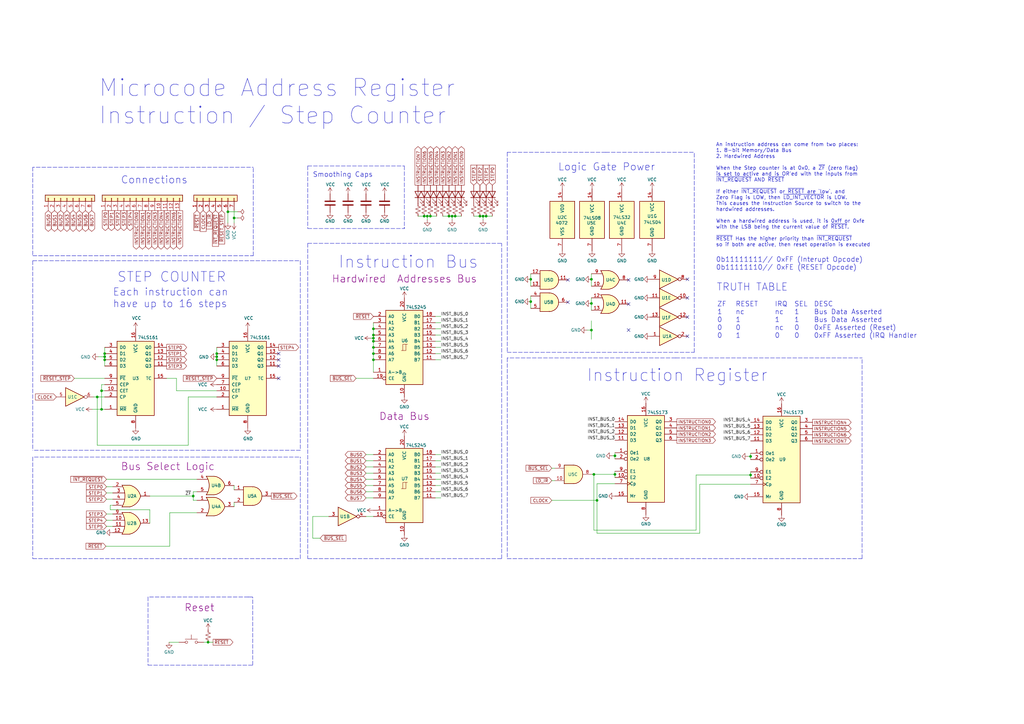
<source format=kicad_sch>
(kicad_sch (version 20211123) (generator eeschema)
  (paper "A3")
  (junction (at 196.85 88.646))
  (junction (at 88.9 146.304))
  (junction (at 42.926 145.034))
  (junction (at 88.9 145.034))
  (junction (at 307.848 187.198))
  (junction (at 79.248 203.454))
  (junction (at 153.162 139.954))
  (junction (at 42.926 147.574))
  (junction (at 175.26 88.646))
  (junction (at 198.12 88.646))
  (junction (at 186.69 88.646))
  (junction (at 96.012 89.408))
  (junction (at 153.162 147.574))
  (junction (at 217.678 114.554))
  (junction (at 199.39 88.646))
  (junction (at 39.878 162.814))
  (junction (at 85.344 263.398))
  (junction (at 242.57 124.46))
  (junction (at 153.162 145.034))
  (junction (at 244.856 205.232))
  (junction (at 153.162 138.684))
  (junction (at 185.42 88.646))
  (junction (at 173.99 88.646))
  (junction (at 88.9 147.574))
  (junction (at 217.678 123.698))
  (junction (at 242.57 135.382))
  (junction (at 42.926 146.304))
  (junction (at 184.15 88.646))
  (junction (at 243.586 194.564))
  (junction (at 41.656 167.894))
  (junction (at 153.162 142.494))
  (junction (at 307.848 194.818))
  (junction (at 242.57 114.554))
  (junction (at 41.656 160.274))
  (junction (at 176.53 88.646))
  (junction (at 252.222 194.564))
  (junction (at 153.162 137.414))
  (junction (at 93.472 86.868))
  (junction (at 153.162 134.874))
  (junction (at 252.222 186.944))
  (no_connect (at 114.3 150.114))
  (no_connect (at 114.3 147.574))
  (no_connect (at 114.3 145.034))
  (no_connect (at 257.81 124.714))
  (no_connect (at 257.81 114.808))
  (no_connect (at 232.918 114.808))
  (no_connect (at 281.94 130.048))
  (no_connect (at 281.94 122.174))
  (no_connect (at 281.94 114.554))
  (no_connect (at 232.918 123.952))
  (no_connect (at 114.3 155.194))
  (no_connect (at 257.81 135.382))
  (no_connect (at 281.94 137.922))
  (wire (pts (xy 175.26 88.646) (xy 175.26 90.17)))
  (polyline (pts (xy 248.412 62.484) (xy 284.734 62.484)))
  (wire (pts (xy 178.562 129.794) (xy 180.848 129.794)))
  (wire (pts (xy 285.496 194.818) (xy 307.848 194.818)))
  (wire (pts (xy 243.586 194.564) (xy 243.586 217.424)))
  (wire (pts (xy 79.248 201.676) (xy 80.772 201.676)))
  (wire (pts (xy 153.162 147.574) (xy 153.162 152.654)))
  (wire (pts (xy 242.57 131.572) (xy 242.57 135.382)))
  (wire (pts (xy 198.12 88.646) (xy 199.39 88.646)))
  (wire (pts (xy 41.656 167.894) (xy 42.926 167.894)))
  (wire (pts (xy 40.386 146.304) (xy 42.926 146.304)))
  (wire (pts (xy 61.468 203.454) (xy 79.248 203.454)))
  (wire (pts (xy 178.562 196.596) (xy 180.848 196.596)))
  (wire (pts (xy 93.472 86.868) (xy 97.536 86.868)))
  (wire (pts (xy 41.656 160.274) (xy 41.656 167.894)))
  (wire (pts (xy 30.48 155.194) (xy 42.926 155.194)))
  (wire (pts (xy 150.114 196.596) (xy 153.162 196.596)))
  (wire (pts (xy 96.012 199.136) (xy 96.012 200.914)))
  (wire (pts (xy 185.42 88.646) (xy 186.69 88.646)))
  (polyline (pts (xy 126.238 99.822) (xy 205.74 99.822)))
  (wire (pts (xy 306.832 187.198) (xy 307.848 187.198)))
  (wire (pts (xy 88.9 146.304) (xy 88.9 147.574)))
  (wire (pts (xy 39.878 162.814) (xy 39.878 182.626)))
  (wire (pts (xy 196.85 88.646) (xy 198.12 88.646)))
  (wire (pts (xy 153.162 132.334) (xy 153.162 134.874)))
  (wire (pts (xy 178.562 147.574) (xy 180.848 147.574)))
  (wire (pts (xy 194.31 88.646) (xy 196.85 88.646)))
  (wire (pts (xy 45.212 207.264) (xy 46.228 207.264)))
  (wire (pts (xy 79.248 203.454) (xy 79.248 205.232)))
  (wire (pts (xy 150.114 201.676) (xy 153.162 201.676)))
  (wire (pts (xy 96.012 89.408) (xy 96.012 86.36)))
  (wire (pts (xy 287.02 218.694) (xy 287.02 198.628)))
  (wire (pts (xy 243.586 194.564) (xy 252.222 194.564)))
  (wire (pts (xy 307.848 187.198) (xy 307.848 188.468)))
  (wire (pts (xy 83.566 263.398) (xy 85.344 263.398)))
  (wire (pts (xy 42.926 145.034) (xy 42.926 142.494)))
  (wire (pts (xy 307.848 193.548) (xy 307.848 194.818)))
  (wire (pts (xy 307.848 194.818) (xy 307.848 196.088)))
  (wire (pts (xy 72.39 155.194) (xy 68.326 155.194)))
  (polyline (pts (xy 248.412 62.484) (xy 208.026 62.484)))
  (wire (pts (xy 43.688 204.724) (xy 46.228 204.724)))
  (wire (pts (xy 178.562 186.436) (xy 180.848 186.436)))
  (wire (pts (xy 72.39 160.274) (xy 72.39 155.194)))
  (wire (pts (xy 79.248 205.232) (xy 80.772 205.232)))
  (wire (pts (xy 93.472 91.44) (xy 93.472 86.868)))
  (wire (pts (xy 93.472 86.868) (xy 93.472 86.36)))
  (wire (pts (xy 252.222 198.374) (xy 244.856 198.374)))
  (wire (pts (xy 43.688 215.9) (xy 46.228 215.9)))
  (wire (pts (xy 178.562 191.516) (xy 180.848 191.516)))
  (wire (pts (xy 96.012 89.408) (xy 97.536 89.408)))
  (wire (pts (xy 150.114 191.516) (xy 153.162 191.516)))
  (wire (pts (xy 199.39 88.646) (xy 201.93 88.646)))
  (wire (pts (xy 178.562 194.056) (xy 180.848 194.056)))
  (polyline (pts (xy 126.238 68.072) (xy 126.238 93.726)))
  (wire (pts (xy 178.562 132.334) (xy 180.848 132.334)))
  (wire (pts (xy 240.792 135.382) (xy 242.57 135.382)))
  (wire (pts (xy 184.15 88.646) (xy 185.42 88.646)))
  (wire (pts (xy 39.878 182.626) (xy 77.216 182.626)))
  (wire (pts (xy 88.9 147.574) (xy 88.9 150.114)))
  (wire (pts (xy 217.678 112.268) (xy 217.678 114.554)))
  (polyline (pts (xy 123.19 184.658) (xy 13.462 184.658)))
  (wire (pts (xy 217.678 114.554) (xy 217.678 117.348)))
  (polyline (pts (xy 123.19 106.934) (xy 123.19 184.658)))
  (wire (pts (xy 88.9 142.494) (xy 88.9 145.034)))
  (wire (pts (xy 41.656 160.274) (xy 42.926 160.274)))
  (wire (pts (xy 173.99 88.646) (xy 175.26 88.646)))
  (wire (pts (xy 242.824 194.564) (xy 243.586 194.564)))
  (wire (pts (xy 150.114 204.216) (xy 153.162 204.216)))
  (wire (pts (xy 150.114 211.836) (xy 153.162 211.836)))
  (wire (pts (xy 42.926 147.574) (xy 42.926 150.114)))
  (wire (pts (xy 242.57 124.46) (xy 242.57 127.254)))
  (wire (pts (xy 178.562 137.414) (xy 180.848 137.414)))
  (wire (pts (xy 43.688 199.644) (xy 46.228 199.644)))
  (wire (pts (xy 77.216 162.814) (xy 88.9 162.814)))
  (polyline (pts (xy 165.862 93.726) (xy 165.862 93.218)))
  (wire (pts (xy 96.012 205.994) (xy 96.012 207.772)))
  (wire (pts (xy 43.688 202.184) (xy 46.228 202.184)))
  (polyline (pts (xy 13.462 106.934) (xy 123.19 106.934)))
  (wire (pts (xy 242.57 114.554) (xy 242.57 117.348)))
  (wire (pts (xy 244.856 198.374) (xy 244.856 205.232)))
  (polyline (pts (xy 57.658 68.58) (xy 13.462 68.58)))
  (polyline (pts (xy 284.734 144.526) (xy 284.734 62.484)))
  (wire (pts (xy 242.57 122.174) (xy 242.57 124.46)))
  (wire (pts (xy 178.562 139.954) (xy 180.848 139.954)))
  (wire (pts (xy 153.162 134.874) (xy 153.162 137.414)))
  (wire (pts (xy 226.314 205.232) (xy 244.856 205.232)))
  (polyline (pts (xy 103.886 104.902) (xy 103.886 68.58)))
  (wire (pts (xy 69.596 224.028) (xy 69.596 210.312)))
  (wire (pts (xy 178.562 199.136) (xy 180.848 199.136)))
  (wire (pts (xy 244.856 218.694) (xy 287.02 218.694)))
  (wire (pts (xy 152.146 138.684) (xy 153.162 138.684)))
  (wire (pts (xy 175.26 88.646) (xy 176.53 88.646)))
  (wire (pts (xy 252.222 193.294) (xy 252.222 194.564)))
  (wire (pts (xy 185.42 88.646) (xy 185.42 90.17)))
  (wire (pts (xy 39.878 162.814) (xy 42.926 162.814)))
  (wire (pts (xy 226.314 192.024) (xy 227.584 192.024)))
  (wire (pts (xy 242.57 112.268) (xy 242.57 114.554)))
  (wire (pts (xy 153.162 145.034) (xy 153.162 147.574)))
  (wire (pts (xy 217.678 123.698) (xy 217.678 126.492)))
  (wire (pts (xy 77.216 182.626) (xy 77.216 162.814)))
  (polyline (pts (xy 126.238 68.072) (xy 165.862 68.072)))
  (polyline (pts (xy 126.238 229.108) (xy 205.74 229.108)))
  (wire (pts (xy 178.562 204.216) (xy 180.848 204.216)))
  (polyline (pts (xy 155.702 93.726) (xy 165.862 93.726)))
  (wire (pts (xy 198.12 88.646) (xy 198.12 90.17)))
  (wire (pts (xy 251.206 186.944) (xy 252.222 186.944)))
  (wire (pts (xy 43.434 224.028) (xy 69.596 224.028)))
  (wire (pts (xy 252.222 185.674) (xy 252.222 186.944)))
  (wire (pts (xy 131.318 220.726) (xy 128.27 220.726)))
  (polyline (pts (xy 277.114 146.812) (xy 353.568 146.812)))
  (wire (pts (xy 287.02 198.628) (xy 307.848 198.628)))
  (polyline (pts (xy 57.658 68.58) (xy 103.886 68.58)))
  (wire (pts (xy 88.9 145.034) (xy 88.9 146.304)))
  (wire (pts (xy 153.162 139.954) (xy 153.162 142.494)))
  (polyline (pts (xy 126.238 99.822) (xy 126.238 229.108)))
  (polyline (pts (xy 208.026 146.812) (xy 208.026 229.108)))
  (wire (pts (xy 45.212 209.042) (xy 45.212 207.264)))
  (polyline (pts (xy 208.026 62.484) (xy 208.026 144.526)))
  (wire (pts (xy 43.688 196.596) (xy 80.772 196.596)))
  (wire (pts (xy 88.9 160.274) (xy 72.39 160.274)))
  (wire (pts (xy 178.562 188.976) (xy 180.848 188.976)))
  (polyline (pts (xy 84.328 187.452) (xy 13.462 187.452)))
  (polyline (pts (xy 205.74 229.108) (xy 205.74 99.822)))
  (wire (pts (xy 42.926 157.734) (xy 41.656 157.734)))
  (wire (pts (xy 285.496 217.424) (xy 285.496 194.818)))
  (polyline (pts (xy 101.854 244.856) (xy 60.706 244.856)))
  (wire (pts (xy 42.926 146.304) (xy 42.926 147.574)))
  (wire (pts (xy 226.314 197.104) (xy 227.584 197.104)))
  (wire (pts (xy 252.222 186.944) (xy 252.222 188.214)))
  (wire (pts (xy 37.846 167.894) (xy 41.656 167.894)))
  (wire (pts (xy 252.222 194.564) (xy 252.222 195.834)))
  (wire (pts (xy 178.562 142.494) (xy 180.848 142.494)))
  (wire (pts (xy 41.656 157.734) (xy 41.656 160.274)))
  (wire (pts (xy 178.562 201.676) (xy 180.848 201.676)))
  (wire (pts (xy 96.012 91.44) (xy 96.012 89.408)))
  (polyline (pts (xy 103.632 272.796) (xy 103.632 244.856)))
  (wire (pts (xy 43.688 213.36) (xy 46.228 213.36)))
  (polyline (pts (xy 123.19 229.108) (xy 123.19 187.452)))
  (polyline (pts (xy 13.462 104.902) (xy 103.886 104.902)))
  (wire (pts (xy 176.53 88.646) (xy 179.07 88.646)))
  (polyline (pts (xy 60.706 244.856) (xy 60.706 272.796)))
  (wire (pts (xy 243.586 217.424) (xy 285.496 217.424)))
  (wire (pts (xy 61.468 214.63) (xy 61.468 209.042)))
  (wire (pts (xy 42.926 146.304) (xy 42.926 145.034)))
  (wire (pts (xy 69.342 263.398) (xy 73.406 263.398)))
  (polyline (pts (xy 13.462 68.58) (xy 13.462 104.902)))
  (wire (pts (xy 178.562 145.034) (xy 180.848 145.034)))
  (wire (pts (xy 128.27 211.836) (xy 134.874 211.836)))
  (wire (pts (xy 146.05 155.194) (xy 153.162 155.194)))
  (polyline (pts (xy 208.026 144.526) (xy 284.734 144.526)))
  (wire (pts (xy 150.114 199.136) (xy 153.162 199.136)))
  (wire (pts (xy 186.69 88.646) (xy 189.23 88.646)))
  (wire (pts (xy 242.57 135.382) (xy 242.57 139.192)))
  (wire (pts (xy 178.562 134.874) (xy 180.848 134.874)))
  (wire (pts (xy 153.162 142.494) (xy 153.162 145.034)))
  (polyline (pts (xy 13.462 106.934) (xy 13.462 184.658)))
  (wire (pts (xy 85.344 263.398) (xy 87.376 263.398)))
  (polyline (pts (xy 84.328 187.452) (xy 123.19 187.452)))
  (polyline (pts (xy 126.238 93.726) (xy 155.702 93.726)))
  (wire (pts (xy 150.114 186.436) (xy 153.162 186.436)))
  (wire (pts (xy 38.354 162.814) (xy 39.878 162.814)))
  (polyline (pts (xy 277.114 146.812) (xy 208.026 146.812)))
  (polyline (pts (xy 60.706 272.796) (xy 103.632 272.796)))
  (wire (pts (xy 171.45 88.646) (xy 173.99 88.646)))
  (wire (pts (xy 244.856 205.232) (xy 244.856 218.694)))
  (polyline (pts (xy 13.462 229.108) (xy 123.19 229.108)))
  (wire (pts (xy 150.114 188.976) (xy 153.162 188.976)))
  (wire (pts (xy 307.848 185.928) (xy 307.848 187.198)))
  (wire (pts (xy 181.61 88.646) (xy 184.15 88.646)))
  (wire (pts (xy 128.27 220.726) (xy 128.27 211.836)))
  (wire (pts (xy 153.162 138.684) (xy 153.162 139.954)))
  (polyline (pts (xy 165.862 68.072) (xy 165.862 93.726)))
  (polyline (pts (xy 353.568 229.108) (xy 353.568 146.812)))
  (wire (pts (xy 61.468 209.042) (xy 45.212 209.042)))
  (wire (pts (xy 69.596 210.312) (xy 80.772 210.312)))
  (polyline (pts (xy 13.462 187.452) (xy 13.462 229.108)))
  (wire (pts (xy 153.162 137.414) (xy 153.162 138.684)))
  (wire (pts (xy 150.114 194.056) (xy 153.162 194.056)))
  (wire (pts (xy 43.688 210.82) (xy 46.228 210.82)))
  (wire (pts (xy 217.678 121.412) (xy 217.678 123.698)))
  (polyline (pts (xy 208.026 229.108) (xy 353.568 229.108)))
  (wire (pts (xy 79.248 201.676) (xy 79.248 203.454)))
  (polyline (pts (xy 101.854 244.856) (xy 103.632 244.856)))
  (text "0b11111111// 0xFF (Interupt Opcode)\n0b11111110// 0xFE (RESET Opcode)" (at 293.624 110.998 0) (effects (font (size 2.0066 2.0066)) (justify left bottom)))
  (text "Each instruction can \nhave up to 16 steps" (at 46.228 126.492 0) (effects (font (size 2.9972 2.9972)) (justify left bottom)))
  (text "Connections" (at 49.53 75.692 0) (effects (font (size 3 3)) (justify left bottom)))
  (text "An instruction address can come from two places:\n1. 8-bit Memory/Data Bus\n2. Hardwired Address\n\nWhen the Step counter is at 0x0, a ~{ZF} (zero flag)\nis set to active and is OR'ed with the inputs from\n~{INT_REQUEST} AND ~{RESET}\n\nIf either ~{INT_REQUEST} or ~{RESET} are `low`, and\nZero Flag is LOW, then ~{LD_INT_VECTOR} is LOW.\nThis causes the Instruction Source to switch to the\nhardwired addresses.\n\nWhen a hardwired address is used, it is 0xff or 0xfe\nwith the LSB being the current value of ~{RESET}.\n\n~{RESET} Has the higher priority than ~{INT_REQUEST}\nso if both are active, then reset operation is executed" (at 293.624 101.346 0) (effects (font (size 1.5 1.5)) (justify left bottom)))
  (text "Microcode Address Register\nInstruction / Step Counter" (at 40.386 51.562 0) (effects (font (size 7 7)) (justify left bottom)))
  (text "Logic Gate Power" (at 228.854 70.358 0) (effects (font (size 3 3)) (justify left bottom)))
  (text "STEP COUNTER" (at 48.006 116.078 0) (effects (font (size 3.9878 3.9878)) (justify left bottom)))
  (text "Instruction Register" (at 240.538 156.972 0) (effects (font (size 5 5)) (justify left bottom)))
  (text "Smoothing Caps" (at 128.27 72.898 0) (effects (font (size 2 2)) (justify left bottom)))
  (text "Instruction Bus" (at 138.684 110.49 0) (effects (font (size 5 5)) (justify left bottom)))
  (text "TRUTH TABLE" (at 293.878 119.634 0) (effects (font (size 3 3)) (justify left bottom)))
  (text "ZF	RESET	IRQ	SEL	DESC\n1	nc		nc	1	Bus Data Asserted	\n0	1		1	1	Bus Data Asserted\n0	0		nc	0	0xFE Asserted (Reset)\n0	1		0	0	0xFF Asserted (IRQ Handler\n" (at 294.132 138.938 0) (effects (font (size 2.0066 2.0066)) (justify left bottom)))
  (label "INST_BUS_7" (at 307.848 180.848 180))
  (label "INST_BUS_7" (at 180.848 204.216 0))
  (label "INST_BUS_5" (at 307.848 175.768 180))
  (label "INST_BUS_2" (at 180.848 191.516 0))
  (label "INST_BUS_4" (at 307.848 173.228 180))
  (label "INST_BUS_4" (at 180.848 196.596 0))
  (label "INST_BUS_0" (at 252.222 172.974 180))
  (label "INST_BUS_1" (at 180.848 132.334 0))
  (label "INST_BUS_1" (at 180.848 188.976 0))
  (label "INST_BUS_3" (at 180.848 137.414 0))
  (label "INST_BUS_1" (at 252.222 175.514 180))
  (label "INST_BUS_0" (at 180.848 186.436 0))
  (label "INST_BUS_2" (at 180.848 134.874 0))
  (label "INST_BUS_4" (at 180.848 139.954 0))
  (label "INST_BUS_3" (at 180.848 194.056 0))
  (label "INST_BUS_6" (at 180.848 145.034 0))
  (label "INST_BUS_5" (at 180.848 142.494 0))
  (label "INST_BUS_3" (at 252.222 180.594 180))
  (label "INST_BUS_0" (at 180.848 129.794 0))
  (label "INST_BUS_2" (at 252.222 178.054 180))
  (label "INST_BUS_6" (at 307.848 178.308 180))
  (label "INST_BUS_6" (at 180.848 201.676 0))
  (label "INST_BUS_7" (at 180.848 147.574 0))
  (label "~{ZF}" (at 78.486 203.454 180))
  (label "INST_BUS_5" (at 180.848 199.136 0))
  (global_label "~{RESET_STEP}" (shape input) (at 30.48 155.194 180) (property "Intersheet References" "${INTERSHEET_REFS}" (effects hide)))
  (global_label "~{BUS_SEL}" (shape input) (at 226.314 192.024 180) (property "Intersheet References" "${INTERSHEET_REFS}" (effects hide)))
  (global_label "~{INT_REQUEST}" (shape input) (at 43.688 196.596 180) (property "Intersheet References" "${INTERSHEET_REFS}" (effects hide)))
  (global_label "INSTRUCTION5" (shape output) (at 68.58 86.36 270) (property "Intersheet References" "${INTERSHEET_REFS}" (effects hide)))
  (global_label "STEP5" (shape input) (at 43.688 215.9 180) (property "Intersheet References" "${INTERSHEET_REFS}" (effects hide)))
  (global_label "STEP4" (shape output) (at 53.34 86.36 270) (property "Intersheet References" "${INTERSHEET_REFS}" (effects hide)))
  (global_label "INSTRUCTION6" (shape output) (at 333.248 178.308 0) (property "Intersheet References" "${INTERSHEET_REFS}" (effects hide)))
  (global_label "~{INT_REQUEST}" (shape input) (at 88.392 86.36 270) (property "Intersheet References" "${INTERSHEET_REFS}" (effects hide)))
  (global_label "STEP2" (shape input) (at 196.85 75.946 90) (property "Intersheet References" "${INTERSHEET_REFS}" (effects hide)))
  (global_label "STEP1" (shape output) (at 45.72 86.36 270) (property "Intersheet References" "${INTERSHEET_REFS}" (effects hide)))
  (global_label "INSTRUCTION6" (shape output) (at 71.12 86.36 270) (property "Intersheet References" "${INTERSHEET_REFS}" (effects hide)))
  (global_label "INSTRUCTION2" (shape output) (at 277.622 178.054 0) (property "Intersheet References" "${INTERSHEET_REFS}" (effects hide)))
  (global_label "STEP4" (shape output) (at 114.3 142.494 0) (property "Intersheet References" "${INTERSHEET_REFS}" (effects hide)))
  (global_label "BUS5" (shape tri_state) (at 32.512 86.36 270) (property "Intersheet References" "${INTERSHEET_REFS}" (effects hide)))
  (global_label "INSTRUCTION5" (shape output) (at 176.53 75.946 90) (property "Intersheet References" "${INTERSHEET_REFS}" (effects hide)))
  (global_label "INSTRUCTION3" (shape output) (at 277.622 180.594 0) (property "Intersheet References" "${INTERSHEET_REFS}" (effects hide)))
  (global_label "CLOCK" (shape input) (at 226.314 205.232 180) (property "Intersheet References" "${INTERSHEET_REFS}" (effects hide)))
  (global_label "STEP3" (shape input) (at 43.688 210.82 180) (property "Intersheet References" "${INTERSHEET_REFS}" (effects hide)))
  (global_label "INSTRUCTION3" (shape output) (at 181.61 75.946 90) (property "Intersheet References" "${INTERSHEET_REFS}" (effects hide)))
  (global_label "CLOCK" (shape input) (at 83.312 86.36 270) (property "Intersheet References" "${INTERSHEET_REFS}" (effects hide)))
  (global_label "INSTRUCTION4" (shape output) (at 179.07 75.946 90) (property "Intersheet References" "${INTERSHEET_REFS}" (effects hide)))
  (global_label "BUS1" (shape tri_state) (at 22.352 86.36 270) (property "Intersheet References" "${INTERSHEET_REFS}" (effects hide)))
  (global_label "STEP0" (shape output) (at 68.326 142.494 0) (property "Intersheet References" "${INTERSHEET_REFS}" (effects hide)))
  (global_label "INSTRUCTION7" (shape output) (at 171.45 75.946 90) (property "Intersheet References" "${INTERSHEET_REFS}" (effects hide)))
  (global_label "INSTRUCTION6" (shape output) (at 173.99 75.946 90) (property "Intersheet References" "${INTERSHEET_REFS}" (effects hide)))
  (global_label "STEP0" (shape input) (at 43.688 199.644 180) (property "Intersheet References" "${INTERSHEET_REFS}" (effects hide)))
  (global_label "~{RESET_STEP}" (shape input) (at 90.932 86.36 270) (property "Intersheet References" "${INTERSHEET_REFS}" (effects hide)))
  (global_label "STEP2" (shape output) (at 68.326 147.574 0) (property "Intersheet References" "${INTERSHEET_REFS}" (effects hide)))
  (global_label "STEP1" (shape input) (at 43.688 202.184 180) (property "Intersheet References" "${INTERSHEET_REFS}" (effects hide)))
  (global_label "STEP4" (shape input) (at 43.688 213.36 180) (property "Intersheet References" "${INTERSHEET_REFS}" (effects hide)))
  (global_label "BUS2" (shape tri_state) (at 24.892 86.36 270) (property "Intersheet References" "${INTERSHEET_REFS}" (effects hide)))
  (global_label "~{RESET_STEP}" (shape input) (at 88.9 155.194 180) (property "Intersheet References" "${INTERSHEET_REFS}" (effects hide)))
  (global_label "BUS3" (shape tri_state) (at 150.114 194.056 180) (property "Intersheet References" "${INTERSHEET_REFS}" (effects hide)))
  (global_label "BUS0" (shape tri_state) (at 150.114 186.436 180) (property "Intersheet References" "${INTERSHEET_REFS}" (effects hide)))
  (global_label "INSTRUCTION4" (shape output) (at 66.04 86.36 270) (property "Intersheet References" "${INTERSHEET_REFS}" (effects hide)))
  (global_label "BUS6" (shape tri_state) (at 150.114 201.676 180) (property "Intersheet References" "${INTERSHEET_REFS}" (effects hide)))
  (global_label "~{BUS_SEL}" (shape input) (at 146.05 155.194 180) (property "Intersheet References" "${INTERSHEET_REFS}" (effects hide)))
  (global_label "~{RESET}" (shape output) (at 87.376 263.398 0) (property "Intersheet References" "${INTERSHEET_REFS}" (effects hide)))
  (global_label "INSTRUCTION0" (shape output) (at 55.88 86.36 270) (property "Intersheet References" "${INTERSHEET_REFS}" (effects hide)))
  (global_label "INSTRUCTION2" (shape output) (at 184.15 75.946 90) (property "Intersheet References" "${INTERSHEET_REFS}" (effects hide)))
  (global_label "INSTRUCTION3" (shape output) (at 63.5 86.36 270) (property "Intersheet References" "${INTERSHEET_REFS}" (effects hide)))
  (global_label "INSTRUCTION0" (shape output) (at 277.622 172.974 0) (property "Intersheet References" "${INTERSHEET_REFS}" (effects hide)))
  (global_label "INSTRUCTION0" (shape output) (at 189.23 75.946 90) (property "Intersheet References" "${INTERSHEET_REFS}" (effects hide)))
  (global_label "BUS1" (shape tri_state) (at 150.114 188.976 180) (property "Intersheet References" "${INTERSHEET_REFS}" (effects hide)))
  (global_label "INSTRUCTION1" (shape output) (at 186.69 75.946 90) (property "Intersheet References" "${INTERSHEET_REFS}" (effects hide)))
  (global_label "INSTRUCTION1" (shape output) (at 277.622 175.514 0) (property "Intersheet References" "${INTERSHEET_REFS}" (effects hide)))
  (global_label "BUS6" (shape tri_state) (at 35.052 86.36 270) (property "Intersheet References" "${INTERSHEET_REFS}" (effects hide)))
  (global_label "BUS7" (shape tri_state) (at 150.114 204.216 180) (property "Intersheet References" "${INTERSHEET_REFS}" (effects hide)))
  (global_label "STEP3" (shape output) (at 50.8 86.36 270) (property "Intersheet References" "${INTERSHEET_REFS}" (effects hide)))
  (global_label "BUS7" (shape tri_state) (at 37.592 86.36 270) (property "Intersheet References" "${INTERSHEET_REFS}" (effects hide)))
  (global_label "~{RESET}" (shape input) (at 153.162 129.794 180) (property "Intersheet References" "${INTERSHEET_REFS}" (effects hide)))
  (global_label "STEP2" (shape input) (at 43.688 204.724 180) (property "Intersheet References" "${INTERSHEET_REFS}" (effects hide)))
  (global_label "~{LD_IR}" (shape input) (at 226.314 197.104 180) (property "Intersheet References" "${INTERSHEET_REFS}" (effects hide)))
  (global_label "CLOCK" (shape input) (at 23.114 162.814 180) (property "Intersheet References" "${INTERSHEET_REFS}" (effects hide)))
  (global_label "STEP0" (shape output) (at 43.18 86.36 270) (property "Intersheet References" "${INTERSHEET_REFS}" (effects hide)))
  (global_label "STEP3" (shape input) (at 194.31 75.946 90) (property "Intersheet References" "${INTERSHEET_REFS}" (effects hide)))
  (global_label "BUS4" (shape tri_state) (at 29.972 86.36 270) (property "Intersheet References" "${INTERSHEET_REFS}" (effects hide)))
  (global_label "INSTRUCTION5" (shape output) (at 333.248 175.768 0) (property "Intersheet References" "${INTERSHEET_REFS}" (effects hide)))
  (global_label "STEP1" (shape input) (at 199.39 75.946 90) (property "Intersheet References" "${INTERSHEET_REFS}" (effects hide)))
  (global_label "INSTRUCTION4" (shape output) (at 333.248 173.228 0) (property "Intersheet References" "${INTERSHEET_REFS}" (effects hide)))
  (global_label "~{RESET}" (shape input) (at 80.772 86.36 270) (property "Intersheet References" "${INTERSHEET_REFS}" (effects hide)))
  (global_label "STEP0" (shape input) (at 201.93 75.946 90) (property "Intersheet References" "${INTERSHEET_REFS}" (effects hide)))
  (global_label "INSTRUCTION2" (shape output) (at 60.96 86.36 270) (property "Intersheet References" "${INTERSHEET_REFS}" (effects hide)))
  (global_label "~{LD_IR}" (shape input) (at 85.852 86.36 270) (property "Intersheet References" "${INTERSHEET_REFS}" (effects hide)))
  (global_label "STEP3" (shape output) (at 68.326 150.114 0) (property "Intersheet References" "${INTERSHEET_REFS}" (effects hide)))
  (global_label "BUS5" (shape tri_state) (at 150.114 199.136 180) (property "Intersheet References" "${INTERSHEET_REFS}" (effects hide)))
  (global_label "~{BUS_SEL}" (shape input) (at 131.318 220.726 0) (property "Intersheet References" "${INTERSHEET_REFS}" (effects hide)))
  (global_label "INSTRUCTION1" (shape output) (at 58.42 86.36 270) (property "Intersheet References" "${INTERSHEET_REFS}" (effects hide)))
  (global_label "STEP1" (shape output) (at 68.326 145.034 0) (property "Intersheet References" "${INTERSHEET_REFS}" (effects hide)))
  (global_label "BUS0" (shape tri_state) (at 19.812 86.36 270) (property "Intersheet References" "${INTERSHEET_REFS}" (effects hide)))
  (global_label "INSTRUCTION7" (shape output) (at 333.248 180.848 0) (property "Intersheet References" "${INTERSHEET_REFS}" (effects hide)))
  (global_label "STEP2" (shape output) (at 48.26 86.36 270) (property "Intersheet References" "${INTERSHEET_REFS}" (effects hide)))
  (global_label "BUS4" (shape tri_state) (at 150.114 196.596 180) (property "Intersheet References" "${INTERSHEET_REFS}" (effects hide)))
  (global_label "BUS2" (shape tri_state) (at 150.114 191.516 180) (property "Intersheet References" "${INTERSHEET_REFS}" (effects hide)))
  (global_label "INSTRUCTION7" (shape output) (at 73.66 86.36 270) (property "Intersheet References" "${INTERSHEET_REFS}" (effects hide)))
  (global_label "~{RESET}" (shape input) (at 43.434 224.028 180) (property "Intersheet References" "${INTERSHEET_REFS}" (effects hide)))
  (global_label "~{BUS_SEL}" (shape output) (at 111.252 203.454 0) (property "Intersheet References" "${INTERSHEET_REFS}" (effects hide)))
  (global_label "BUS3" (shape tri_state) (at 27.432 86.36 270) (property "Intersheet References" "${INTERSHEET_REFS}" (effects hide)))
  (symbol (lib_id "74xx:74LS173") (at 264.922 188.214 0) (unit 1)
    (property "Reference" "U8" (at 263.906 188.214 0) (effects (justify left)))
    (property "Value" "74LS173" (at 265.43 169.164 0) (effects (justify left)))
    (property "Footprint" "Package_SO:SOIC-16_3.9x9.9mm_P1.27mm" (effects hide))
    (property "Datasheet" "http://www.ti.com/lit/gpn/sn74LS173" (effects hide))
    (property "Field4" "8-bit Register" (effects hide))
  )
  (symbol (lib_id "74xx:74LS161") (at 101.6 155.194 0) (unit 1)
    (property "Reference" "U?" (at 101.6 155.194 0))
    (property "Value" "74LS161" (at 106.68 138.43 0))
    (property "Footprint" "Package_SO:SOIC-16_3.9x9.9mm_P1.27mm" (effects hide))
    (property "Datasheet" "http://www.ti.com/lit/gpn/sn74LS161" (effects hide))
  )
  (symbol (lib_id "74xx:74LS04") (at 274.32 114.554 0) (unit 4)
    (property "Reference" "U1" (at 273.304 114.808 0))
    (property "Value" "74LS04" (effects hide))
    (property "Footprint" "Package_SO:SOIC-14_3.9x8.7mm_P1.27mm" (effects hide))
    (property "Datasheet" "http://www.ti.com/lit/gpn/sn74LS04" (effects hide))
  )
  (symbol (lib_id "power:GND") (at 255.016 102.87 0) (unit 1)
    (property "Reference" "#PWR040" (effects hide))
    (property "Value" "GND" (at 255.016 106.934 0))
  )
  (symbol (lib_id "power:GND") (at 306.832 187.198 270) (unit 1)
    (property "Reference" "#PWR049" (effects hide))
    (property "Value" "GND" (at 302.006 187.198 90))
  )
  (symbol (lib_id "74xx:74LS161") (at 55.626 155.194 0) (unit 1)
    (property "Reference" "U3" (at 55.626 155.194 0))
    (property "Value" "74LS161" (at 60.706 138.43 0))
    (property "Footprint" "Package_SO:SOIC-16_3.9x9.9mm_P1.27mm" (effects hide))
    (property "Datasheet" "http://www.ti.com/lit/gpn/sn74LS161" (effects hide))
  )
  (symbol (lib_id "74xx:74LS32") (at 88.392 199.136 0) (unit 2)
    (property "Reference" "U4" (at 88.646 199.136 0))
    (property "Value" "74LS32" (effects hide))
    (property "Footprint" "Package_SO:SOIC-14_3.9x8.7mm_P1.27mm" (effects hide))
    (property "Datasheet" "http://www.ti.com/lit/gpn/sn74LS32" (effects hide))
    (property "Field4" "Bus Select Logic" (effects hide))
  )
  (symbol (lib_id "74xx:74LS32") (at 255.016 90.17 0) (unit 5)
    (property "Reference" "U4" (at 255.016 91.44 0))
    (property "Value" "74LS32" (at 255.016 89.154 0))
    (property "Footprint" "Package_SO:SOIC-14_3.9x8.7mm_P1.27mm" (effects hide))
    (property "Datasheet" "http://www.ti.com/lit/gpn/sn74LS32" (effects hide))
    (property "Field4" "Bus Select Logic" (effects hide))
  )
  (symbol (lib_id "Device:R_Small_US") (at 85.344 260.858 180) (unit 1)
    (property "Reference" "R1" (effects hide))
    (property "Value" "R_Small_US" (effects hide))
    (property "Footprint" "Resistor_SMD:R_0805_2012Metric" (effects hide))
  )
  (symbol (lib_id "Device:R_Small_US") (at 196.85 86.106 0) (unit 1)
    (property "Reference" "R11" (effects hide))
    (property "Value" "R_Small_US" (effects hide))
    (property "Footprint" "Resistor_SMD:R_0805_2012Metric" (effects hide))
  )
  (symbol (lib_id "power:GND") (at 55.626 175.514 0) (unit 1)
    (property "Reference" "#PWR07" (effects hide))
    (property "Value" "GND" (at 55.753 179.9082 0))
  )
  (symbol (lib_id "Device:LED") (at 196.85 79.756 90) (unit 1)
    (property "Reference" "D10" (effects hide))
    (property "Value" "LED" (effects hide))
    (property "Footprint" "LED_SMD:LED_0805_2012Metric" (effects hide))
  )
  (symbol (lib_id "power:VCC") (at 37.846 167.894 90) (unit 1)
    (property "Reference" "#PWR05" (effects hide))
    (property "Value" "VCC" (at 34.798 167.894 90) (effects (justify left)))
  )
  (symbol (lib_id "Connector_Generic:Conn_01x07") (at 88.392 81.28 90) (unit 1)
    (property "Reference" "J3" (effects hide))
    (property "Value" "Conn_01x07" (effects hide))
    (property "Footprint" "Connector_PinHeader_2.54mm:PinHeader_1x07_P2.54mm_Vertical" (effects hide))
  )
  (symbol (lib_id "power:VCC") (at 150.114 79.502 0) (unit 1)
    (property "Reference" "#PWR015" (effects hide))
    (property "Value" "VCC" (at 148.336 75.692 0) (effects (justify left)))
  )
  (symbol (lib_id "Device:C") (at 142.748 83.312 0) (unit 1)
    (property "Reference" "C2" (effects hide))
    (property "Value" "C" (effects hide))
    (property "Footprint" "Capacitor_SMD:C_0805_2012Metric" (effects hide))
  )
  (symbol (lib_id "Device:R_Small_US") (at 186.69 86.106 0) (unit 1)
    (property "Reference" "R8" (effects hide))
    (property "Value" "R_Small_US" (effects hide))
    (property "Footprint" "Resistor_SMD:R_0805_2012Metric" (effects hide))
  )
  (symbol (lib_id "power:VCC") (at 267.462 77.47 0) (unit 1)
    (property "Reference" "#PWR047" (effects hide))
    (property "Value" "VCC" (at 267.462 73.66 0))
  )
  (symbol (lib_id "Device:R_Small_US") (at 184.15 86.106 0) (unit 1)
    (property "Reference" "R7" (effects hide))
    (property "Value" "R_Small_US" (effects hide))
    (property "Footprint" "Resistor_SMD:R_0805_2012Metric" (effects hide))
  )
  (symbol (lib_id "power:GND") (at 88.9 146.304 270) (unit 1)
    (property "Reference" "#PWR?" (effects hide))
    (property "Value" "GND" (at 85.6488 146.431 90) (effects (justify right)))
  )
  (symbol (lib_id "Device:R_Small_US") (at 199.39 86.106 0) (unit 1)
    (property "Reference" "R12" (effects hide))
    (property "Value" "R_Small_US" (effects hide))
    (property "Footprint" "Resistor_SMD:R_0805_2012Metric" (effects hide))
  )
  (symbol (lib_id "power:GND") (at 242.57 124.46 270) (unit 1)
    (property "Reference" "#PWR034" (effects hide))
    (property "Value" "GND" (at 237.998 124.46 90))
  )
  (symbol (lib_id "74xx:74LS04") (at 274.32 122.174 0) (unit 5)
    (property "Reference" "U1" (at 273.304 122.174 0))
    (property "Value" "74LS04" (effects hide))
    (property "Footprint" "Package_SO:SOIC-14_3.9x8.7mm_P1.27mm" (effects hide))
    (property "Datasheet" "http://www.ti.com/lit/gpn/sn74LS04" (effects hide))
  )
  (symbol (lib_id "74xx:74LS04") (at 274.32 137.922 0) (unit 1)
    (property "Reference" "U1" (at 273.558 137.922 0))
    (property "Value" "74LS04" (effects hide))
    (property "Footprint" "Package_SO:SOIC-14_3.9x8.7mm_P1.27mm" (effects hide))
    (property "Datasheet" "http://www.ti.com/lit/gpn/sn74LS04" (effects hide))
  )
  (symbol (lib_id "Connector_Generic:Conn_01x13") (at 58.42 81.28 90) (unit 1)
    (property "Reference" "J2" (effects hide))
    (property "Value" "Conn_01x13" (effects hide))
    (property "Footprint" "Connector_PinHeader_2.54mm:PinHeader_1x13_P2.54mm_Vertical" (effects hide))
  )
  (symbol (lib_id "74xx:74LS245") (at 165.862 199.136 0) (unit 1)
    (property "Reference" "U7" (at 164.592 196.342 0) (effects (justify left)))
    (property "Value" "74LS245" (at 166.37 182.626 0) (effects (justify left)))
    (property "Footprint" "Package_SO:SOIC-20W_7.5x12.8mm_P1.27mm" (effects hide))
    (property "Datasheet" "http://www.ti.com/lit/gpn/sn74LS245" (effects hide))
    (property "Field4" "Data Bus" (at 165.862 170.688 0) (effects (font (size 3 3))))
  )
  (symbol (lib_id "74xx:74LS08") (at 242.824 90.17 0) (unit 5)
    (property "Reference" "U5" (at 242.57 91.44 0))
    (property "Value" "74LS08" (at 242.824 89.408 0))
    (property "Footprint" "Package_SO:SOIC-14_3.9x8.7mm_P1.27mm" (effects hide))
    (property "Datasheet" "http://www.ti.com/lit/gpn/sn74LS08" (effects hide))
  )
  (symbol (lib_id "power:GND") (at 185.42 90.17 0) (unit 1)
    (property "Reference" "#PWR026" (effects hide))
    (property "Value" "GND" (at 185.42 94.234 0))
  )
  (symbol (lib_id "Device:R_Small_US") (at 171.45 86.106 0) (unit 1)
    (property "Reference" "R2" (effects hide))
    (property "Value" "R_Small_US" (effects hide))
    (property "Footprint" "Resistor_SMD:R_0805_2012Metric" (effects hide))
  )
  (symbol (lib_id "4xxx:4072") (at 53.848 214.63 0) (unit 2)
    (property "Reference" "U2" (at 54.102 214.63 0))
    (property "Value" "4072" (effects hide))
    (property "Footprint" "Package_SO:SOIC-14_3.9x8.7mm_P1.27mm" (effects hide))
    (property "Datasheet" "http://www.intersil.com/content/dam/Intersil/documents/cd40/cd4071bms-72bms-75bms.pdf" (effects hide))
  )
  (symbol (lib_id "power:GND") (at 230.632 102.87 0) (unit 1)
    (property "Reference" "#PWR031" (effects hide))
    (property "Value" "GND" (at 230.632 106.934 0))
  )
  (symbol (lib_id "power:GND") (at 251.206 186.944 270) (unit 1)
    (property "Reference" "#PWR037" (effects hide))
    (property "Value" "GND" (at 246.38 186.944 90))
  )
  (symbol (lib_id "Device:LED") (at 176.53 79.756 90) (unit 1)
    (property "Reference" "D3" (effects hide))
    (property "Value" "LED" (effects hide))
    (property "Footprint" "LED_SMD:LED_0805_2012Metric" (effects hide))
  )
  (symbol (lib_id "power:VCC") (at 320.548 165.608 0) (unit 1)
    (property "Reference" "#PWR051" (effects hide))
    (property "Value" "VCC" (at 320.548 161.798 0))
  )
  (symbol (lib_id "power:VCC") (at 88.9 167.894 90) (unit 1)
    (property "Reference" "#PWR?" (effects hide))
    (property "Value" "VCC" (at 85.09 167.894 90) (effects (justify left)))
  )
  (symbol (lib_id "power:GND") (at 252.222 203.454 270) (unit 1)
    (property "Reference" "#PWR038" (effects hide))
    (property "Value" "GND" (at 247.396 203.454 90))
  )
  (symbol (lib_id "power:VCC") (at 230.632 77.47 0) (unit 1)
    (property "Reference" "#PWR030" (effects hide))
    (property "Value" "VCC" (at 230.632 73.66 0))
  )
  (symbol (lib_id "Device:R_Small_US") (at 189.23 86.106 0) (unit 1)
    (property "Reference" "R9" (effects hide))
    (property "Value" "R_Small_US" (effects hide))
    (property "Footprint" "Resistor_SMD:R_0805_2012Metric" (effects hide))
  )
  (symbol (lib_id "power:GND") (at 198.12 90.17 0) (unit 1)
    (property "Reference" "#PWR027" (effects hide))
    (property "Value" "GND" (at 198.12 94.234 0))
  )
  (symbol (lib_id "power:GND") (at 93.472 91.44 0) (unit 1)
    (property "Reference" "#PWR09" (effects hide))
    (property "Value" "GND" (at 93.472 96.266 90))
  )
  (symbol (lib_id "power:VCC") (at 153.162 209.296 90) (unit 1)
    (property "Reference" "#PWR018" (effects hide))
    (property "Value" "VCC" (at 148.336 209.296 90))
  )
  (symbol (lib_id "power:VCC") (at 88.9 157.734 90) (unit 1)
    (property "Reference" "#PWR?" (effects hide))
    (property "Value" "VCC" (at 85.09 157.734 90) (effects (justify left)))
  )
  (symbol (lib_id "74xx:74LS04") (at 267.462 90.17 0) (unit 7)
    (property "Reference" "U1" (at 265.43 88.646 0) (effects (justify left)))
    (property "Value" "74LS04" (at 263.906 91.186 0) (effects (justify left)))
    (property "Footprint" "Package_SO:SOIC-14_3.9x8.7mm_P1.27mm" (effects hide))
    (property "Datasheet" "http://www.ti.com/lit/gpn/sn74LS04" (effects hide))
  )
  (symbol (lib_id "74xx:74LS08") (at 225.298 114.808 0) (unit 4)
    (property "Reference" "U5" (at 225.044 114.808 0))
    (property "Value" "74LS08" (effects hide))
    (property "Footprint" "Package_SO:SOIC-14_3.9x8.7mm_P1.27mm" (effects hide))
    (property "Datasheet" "http://www.ti.com/lit/gpn/sn74LS08" (effects hide))
  )
  (symbol (lib_id "74xx:74LS32") (at 250.19 114.808 0) (unit 3)
    (property "Reference" "U4" (at 250.444 114.808 0))
    (property "Value" "74LS32" (effects hide))
    (property "Footprint" "Package_SO:SOIC-14_3.9x8.7mm_P1.27mm" (effects hide))
    (property "Datasheet" "http://www.ti.com/lit/gpn/sn74LS32" (effects hide))
    (property "Field4" "Bus Select Logic" (effects hide))
  )
  (symbol (lib_id "Device:R_Small_US") (at 201.93 86.106 0) (unit 1)
    (property "Reference" "R13" (effects hide))
    (property "Value" "R_Small_US" (effects hide))
    (property "Footprint" "Resistor_SMD:R_0805_2012Metric" (effects hide))
  )
  (symbol (lib_id "Device:LED") (at 201.93 79.756 90) (unit 1)
    (property "Reference" "D12" (effects hide))
    (property "Value" "LED" (effects hide))
    (property "Footprint" "LED_SMD:LED_0805_2012Metric" (effects hide))
  )
  (symbol (lib_id "Device:LED") (at 199.39 79.756 90) (unit 1)
    (property "Reference" "D11" (effects hide))
    (property "Value" "LED" (effects hide))
    (property "Footprint" "LED_SMD:LED_0805_2012Metric" (effects hide))
  )
  (symbol (lib_id "power:GND") (at 165.862 219.456 0) (unit 1)
    (property "Reference" "#PWR024" (effects hide))
    (property "Value" "GND" (at 165.862 223.52 0))
  )
  (symbol (lib_id "power:GND") (at 267.462 102.87 0) (unit 1)
    (property "Reference" "#PWR048" (effects hide))
    (property "Value" "GND" (at 267.462 106.934 0))
  )
  (symbol (lib_id "power:GND") (at 165.862 162.814 0) (unit 1)
    (property "Reference" "#PWR022" (effects hide))
    (property "Value" "GND" (at 165.862 166.878 0))
  )
  (symbol (lib_id "power:VCC") (at 242.824 77.47 0) (unit 1)
    (property "Reference" "#PWR035" (effects hide))
    (property "Value" "VCC" (at 242.824 73.66 0))
  )
  (symbol (lib_id "Device:LED") (at 194.31 79.756 90) (unit 1)
    (property "Reference" "D9" (effects hide))
    (property "Value" "LED" (effects hide))
    (property "Footprint" "LED_SMD:LED_0805_2012Metric" (effects hide))
  )
  (symbol (lib_id "Device:LED") (at 181.61 79.756 90) (unit 1)
    (property "Reference" "D5" (effects hide))
    (property "Value" "LED" (effects hide))
    (property "Footprint" "LED_SMD:LED_0805_2012Metric" (effects hide))
  )
  (symbol (lib_id "power:GND") (at 150.114 87.122 0) (unit 1)
    (property "Reference" "#PWR016" (effects hide))
    (property "Value" "GND" (at 150.114 90.678 0))
  )
  (symbol (lib_id "power:GND") (at 264.922 211.074 0) (unit 1)
    (property "Reference" "#PWR042" (effects hide))
    (property "Value" "GND" (at 264.922 214.884 0))
  )
  (symbol (lib_id "74xx:74LS173") (at 320.548 188.468 0) (unit 1)
    (property "Reference" "U9" (at 319.532 188.468 0) (effects (justify left)))
    (property "Value" "74LS173" (at 321.056 169.164 0) (effects (justify left)))
    (property "Footprint" "Package_SO:SOIC-16_3.9x9.9mm_P1.27mm" (effects hide))
    (property "Datasheet" "http://www.ti.com/lit/gpn/sn74LS173" (effects hide))
  )
  (symbol (lib_id "Device:C") (at 157.734 83.312 0) (unit 1)
    (property "Reference" "C4" (effects hide))
    (property "Value" "C" (effects hide))
    (property "Footprint" "Capacitor_SMD:C_0805_2012Metric" (effects hide))
  )
  (symbol (lib_id "Device:R_Small_US") (at 176.53 86.106 0) (unit 1)
    (property "Reference" "R4" (effects hide))
    (property "Value" "R_Small_US" (effects hide))
    (property "Footprint" "Resistor_SMD:R_0805_2012Metric" (effects hide))
  )
  (symbol (lib_id "power:GND") (at 69.342 263.398 0) (unit 1)
    (property "Reference" "#PWR02" (effects hide))
    (property "Value" "GND" (at 69.342 267.462 0))
  )
  (symbol (lib_id "power:VCC") (at 264.922 165.354 0) (unit 1)
    (property "Reference" "#PWR041" (effects hide))
    (property "Value" "VCC" (at 264.922 161.544 0))
  )
  (symbol (lib_id "power:GND") (at 240.792 135.382 270) (unit 1)
    (property "Reference" "#PWR032" (effects hide))
    (property "Value" "GND" (at 238.252 135.382 90) (effects (justify right)))
  )
  (symbol (lib_id "Device:C") (at 135.382 83.312 0) (unit 1)
    (property "Reference" "C1" (effects hide))
    (property "Value" "C" (effects hide))
    (property "Footprint" "Capacitor_SMD:C_0805_2012Metric" (effects hide))
  )
  (symbol (lib_id "power:GND") (at 135.382 87.122 0) (unit 1)
    (property "Reference" "#PWR012" (effects hide))
    (property "Value" "GND" (at 135.382 90.678 0))
  )
  (symbol (lib_id "Device:LED") (at 179.07 79.756 90) (unit 1)
    (property "Reference" "D4" (effects hide))
    (property "Value" "LED" (effects hide))
    (property "Footprint" "LED_SMD:LED_0805_2012Metric" (effects hide))
  )
  (symbol (lib_id "Connector_Generic:Conn_01x08") (at 27.432 81.28 90) (unit 1)
    (property "Reference" "J1" (effects hide))
    (property "Value" "Conn_01x08" (effects hide))
    (property "Footprint" "Connector_PinHeader_2.54mm:PinHeader_1x08_P2.54mm_Vertical" (effects hide))
  )
  (symbol (lib_id "power:VCC") (at 55.626 134.874 0) (unit 1)
    (property "Reference" "#PWR06" (effects hide))
    (property "Value" "VCC" (at 56.007 130.4798 0))
  )
  (symbol (lib_id "74xx:74LS04") (at 30.734 162.814 0) (unit 3)
    (property "Reference" "U1" (at 29.718 162.814 0))
    (property "Value" "74LS04" (effects hide))
    (property "Footprint" "Package_SO:SOIC-14_3.9x8.7mm_P1.27mm" (effects hide))
    (property "Datasheet" "http://www.ti.com/lit/gpn/sn74LS04" (effects hide))
  )
  (symbol (lib_id "power:GND") (at 175.26 90.17 0) (unit 1)
    (property "Reference" "#PWR025" (effects hide))
    (property "Value" "GND" (at 175.26 94.234 0))
  )
  (symbol (lib_id "power:VCC") (at 101.6 134.874 0) (unit 1)
    (property "Reference" "#PWR?" (effects hide))
    (property "Value" "VCC" (at 101.981 130.4798 0))
  )
  (symbol (lib_id "Device:R_Small_US") (at 181.61 86.106 0) (unit 1)
    (property "Reference" "R6" (effects hide))
    (property "Value" "R_Small_US" (effects hide))
    (property "Footprint" "Resistor_SMD:R_0805_2012Metric" (effects hide))
  )
  (symbol (lib_id "power:GND") (at 46.228 218.44 270) (unit 1)
    (property "Reference" "#PWR?" (effects hide))
    (property "Value" "GND" (at 41.402 218.44 90))
  )
  (symbol (lib_id "Device:LED") (at 189.23 79.756 90) (unit 1)
    (property "Reference" "D8" (effects hide))
    (property "Value" "LED" (effects hide))
    (property "Footprint" "LED_SMD:LED_0805_2012Metric" (effects hide))
  )
  (symbol (lib_id "Device:R_Small_US") (at 194.31 86.106 0) (unit 1)
    (property "Reference" "R10" (effects hide))
    (property "Value" "R_Small_US" (effects hide))
    (property "Footprint" "Resistor_SMD:R_0805_2012Metric" (effects hide))
  )
  (symbol (lib_id "power:GND") (at 242.57 114.554 270) (unit 1)
    (property "Reference" "#PWR033" (effects hide))
    (property "Value" "GND" (at 237.998 114.554 90))
  )
  (symbol (lib_id "74xx:74LS04") (at 274.32 130.048 0) (unit 6)
    (property "Reference" "U1" (at 273.304 130.302 0))
    (property "Value" "74LS04" (effects hide))
    (property "Footprint" "Package_SO:SOIC-14_3.9x8.7mm_P1.27mm" (effects hide))
    (property "Datasheet" "http://www.ti.com/lit/gpn/sn74LS04" (effects hide))
  )
  (symbol (lib_id "74xx:74LS08") (at 103.632 203.454 0) (unit 1)
    (property "Reference" "U5" (at 103.378 203.454 0))
    (property "Value" "74LS08" (effects hide))
    (property "Footprint" "Package_SO:SOIC-14_3.9x8.7mm_P1.27mm" (effects hide))
    (property "Datasheet" "http://www.ti.com/lit/gpn/sn74LS08" (effects hide))
  )
  (symbol (lib_id "4xxx:4072") (at 53.848 203.454 0) (unit 1)
    (property "Reference" "U2" (at 54.102 203.454 0))
    (property "Value" "4072" (effects hide))
    (property "Footprint" "Package_SO:SOIC-14_3.9x8.7mm_P1.27mm" (effects hide))
    (property "Datasheet" "http://www.intersil.com/content/dam/Intersil/documents/cd40/cd4071bms-72bms-75bms.pdf" (effects hide))
  )
  (symbol (lib_id "power:GND") (at 266.7 122.174 270) (unit 1)
    (property "Reference" "#PWR044" (effects hide))
    (property "Value" "GND" (at 262.128 122.174 90))
  )
  (symbol (lib_id "power:GND") (at 266.7 114.554 270) (unit 1)
    (property "Reference" "#PWR043" (effects hide))
    (property "Value" "GND" (at 262.128 114.554 90))
  )
  (symbol (lib_id "Device:LED") (at 173.99 79.756 90) (unit 1)
    (property "Reference" "D2" (effects hide))
    (property "Value" "LED" (effects hide))
    (property "Footprint" "LED_SMD:LED_0805_2012Metric" (effects hide))
  )
  (symbol (lib_id "power:PWR_FLAG") (at 97.536 89.408 270) (unit 1)
    (property "Reference" "#FLG02" (effects hide))
    (property "Value" "PWR_FLAG" (effects hide))
  )
  (symbol (lib_id "power:GND") (at 307.848 203.708 270) (unit 1)
    (property "Reference" "#PWR050" (effects hide))
    (property "Value" "GND" (at 303.022 203.708 90))
  )
  (symbol (lib_id "power:VCC") (at 165.862 178.816 0) (unit 1)
    (property "Reference" "#PWR023" (effects hide))
    (property "Value" "VCC" (at 165.862 175.006 0))
  )
  (symbol (lib_id "Device:R_Small_US") (at 173.99 86.106 0) (unit 1)
    (property "Reference" "R3" (effects hide))
    (property "Value" "R_Small_US" (effects hide))
    (property "Footprint" "Resistor_SMD:R_0805_2012Metric" (effects hide))
  )
  (symbol (lib_id "power:VCC") (at 157.734 79.502 0) (unit 1)
    (property "Reference" "#PWR019" (effects hide))
    (property "Value" "VCC" (at 155.956 75.692 0) (effects (justify left)))
  )
  (symbol (lib_id "74xx:74LS245") (at 165.862 142.494 0) (unit 1)
    (property "Reference" "U6" (at 164.592 139.7 0) (effects (justify left)))
    (property "Value" "74LS245" (at 166.37 125.984 0) (effects (justify left)))
    (property "Footprint" "Package_SO:SOIC-20W_7.5x12.8mm_P1.27mm" (effects hide))
    (property "Datasheet" "http://www.ti.com/lit/gpn/sn74LS245" (effects hide))
    (property "Field4" "Hardwired  Addresses Bus" (at 165.862 114.3 0) (effects (font (size 3 3))))
  )
  (symbol (lib_id "74xx:74LS32") (at 88.392 207.772 0) (unit 1)
    (property "Reference" "U4" (at 88.646 207.772 0))
    (property "Value" "74LS32" (effects hide))
    (property "Footprint" "Package_SO:SOIC-14_3.9x8.7mm_P1.27mm" (effects hide))
    (property "Datasheet" "http://www.ti.com/lit/gpn/sn74LS32" (effects hide))
    (property "Field4" "Bus Select Logic" (at 68.834 191.262 0) (effects (font (size 3 3))))
  )
  (symbol (lib_id "74xx:74LS08") (at 225.298 123.952 0) (unit 2)
    (property "Reference" "U5" (at 225.044 123.952 0))
    (property "Value" "74LS08" (effects hide))
    (property "Footprint" "Package_SO:SOIC-14_3.9x8.7mm_P1.27mm" (effects hide))
    (property "Datasheet" "http://www.ti.com/lit/gpn/sn74LS08" (effects hide))
  )
  (symbol (lib_id "power:PWR_FLAG") (at 97.536 86.868 270) (unit 1)
    (property "Reference" "#FLG01" (effects hide))
    (property "Value" "PWR_FLAG" (effects hide))
  )
  (symbol (lib_id "Device:LED") (at 184.15 79.756 90) (unit 1)
    (property "Reference" "D6" (effects hide))
    (property "Value" "LED" (effects hide))
    (property "Footprint" "LED_SMD:LED_0805_2012Metric" (effects hide))
  )
  (symbol (lib_id "power:GND") (at 266.7 130.048 270) (unit 1)
    (property "Reference" "#PWR045" (effects hide))
    (property "Value" "GND" (at 262.128 130.048 90))
  )
  (symbol (lib_id "74xx:74LS04") (at 142.494 211.836 0) (unit 2)
    (property "Reference" "U1" (at 141.478 211.836 0))
    (property "Value" "74LS04" (effects hide))
    (property "Footprint" "Package_SO:SOIC-14_3.9x8.7mm_P1.27mm" (effects hide))
    (property "Datasheet" "http://www.ti.com/lit/gpn/sn74LS04" (effects hide))
  )
  (symbol (lib_id "Device:LED") (at 171.45 79.756 90) (unit 1)
    (property "Reference" "D1" (effects hide))
    (property "Value" "LED" (effects hide))
    (property "Footprint" "LED_SMD:LED_0805_2012Metric" (effects hide))
  )
  (symbol (lib_id "power:GND") (at 157.734 87.122 0) (unit 1)
    (property "Reference" "#PWR020" (effects hide))
    (property "Value" "GND" (at 157.734 90.678 0))
  )
  (symbol (lib_id "74xx:74LS32") (at 250.19 124.714 0) (unit 4)
    (property "Reference" "U4" (at 250.444 124.714 0))
    (property "Value" "74LS32" (effects hide))
    (property "Footprint" "Package_SO:SOIC-14_3.9x8.7mm_P1.27mm" (effects hide))
    (property "Datasheet" "http://www.ti.com/lit/gpn/sn74LS32" (effects hide))
    (property "Field4" "Bus Select Logic" (effects hide))
  )
  (symbol (lib_id "power:GND") (at 242.824 102.87 0) (unit 1)
    (property "Reference" "#PWR036" (effects hide))
    (property "Value" "GND" (at 242.824 106.934 0))
  )
  (symbol (lib_id "power:VCC") (at 165.862 122.174 0) (unit 1)
    (property "Reference" "#PWR021" (effects hide))
    (property "Value" "VCC" (at 165.862 118.364 0))
  )
  (symbol (lib_id "power:VCC") (at 152.146 138.684 90) (unit 1)
    (property "Reference" "#PWR017" (effects hide))
    (property "Value" "VCC" (at 147.32 138.684 90))
  )
  (symbol (lib_id "74xx:74LS08") (at 235.204 194.564 0) (unit 3)
    (property "Reference" "U5" (at 234.95 194.564 0))
    (property "Value" "74LS08" (effects hide))
    (property "Footprint" "Package_SO:SOIC-14_3.9x8.7mm_P1.27mm" (effects hide))
    (property "Datasheet" "http://www.ti.com/lit/gpn/sn74LS08" (effects hide))
  )
  (symbol (lib_id "power:GND") (at 266.7 137.922 270) (unit 1)
    (property "Reference" "#PWR046" (effects hide))
    (property "Value" "GND" (at 262.128 137.922 90))
  )
  (symbol (lib_id "power:VCC") (at 85.344 258.318 0) (unit 1)
    (property "Reference" "#PWR08" (effects hide))
    (property "Value" "VCC" (at 85.344 254.508 0))
  )
  (symbol (lib_id "Switch:SW_Push") (at 78.486 263.398 0) (unit 1)
    (property "Reference" "SW1" (effects hide))
    (property "Value" "SW_Push" (effects hide))
    (property "Footprint" "Button_Switch_THT:SW_PUSH_6mm" (effects hide))
    (property "Field4" "Reset" (at 81.788 249.174 0) (effects (font (size 3 3))))
  )
  (symbol (lib_id "power:GND") (at 40.386 146.304 270) (unit 1)
    (property "Reference" "#PWR01" (effects hide))
    (property "Value" "GND" (at 37.1348 146.431 90) (effects (justify right)))
  )
  (symbol (lib_id "Device:LED") (at 186.69 79.756 90) (unit 1)
    (property "Reference" "D7" (effects hide))
    (property "Value" "LED" (effects hide))
    (property "Footprint" "LED_SMD:LED_0805_2012Metric" (effects hide))
  )
  (symbol (lib_id "power:GND") (at 142.748 87.122 0) (unit 1)
    (property "Reference" "#PWR014" (effects hide))
    (property "Value" "GND" (at 142.748 90.678 0))
  )
  (symbol (lib_id "power:GND") (at 217.678 123.698 270) (unit 1)
    (property "Reference" "#PWR029" (effects hide))
    (property "Value" "GND" (at 213.106 123.698 90))
  )
  (symbol (lib_id "Device:C") (at 150.114 83.312 0) (unit 1)
    (property "Reference" "C3" (effects hide))
    (property "Value" "C" (effects hide))
    (property "Footprint" "Capacitor_SMD:C_0805_2012Metric" (effects hide))
  )
  (symbol (lib_id "power:VCC") (at 135.382 79.502 0) (unit 1)
    (property "Reference" "#PWR011" (effects hide))
    (property "Value" "VCC" (at 133.604 75.692 0) (effects (justify left)))
  )
  (symbol (lib_id "power:VCC") (at 142.748 79.502 0) (unit 1)
    (property "Reference" "#PWR013" (effects hide))
    (property "Value" "VCC" (at 140.97 75.692 0) (effects (justify left)))
  )
  (symbol (lib_id "4xxx:4072") (at 230.632 90.17 0) (unit 3)
    (property "Reference" "U2" (at 228.6 89.154 0) (effects (justify left)))
    (property "Value" "4072" (at 227.838 91.44 0) (effects (justify left)))
    (property "Footprint" "Package_SO:SOIC-14_3.9x8.7mm_P1.27mm" (effects hide))
    (property "Datasheet" "http://www.intersil.com/content/dam/Intersil/documents/cd40/cd4071bms-72bms-75bms.pdf" (effects hide))
  )
  (symbol (lib_id "Device:R_Small_US") (at 179.07 86.106 0) (unit 1)
    (property "Reference" "R5" (effects hide))
    (property "Value" "R_Small_US" (effects hide))
    (property "Footprint" "Resistor_SMD:R_0805_2012Metric" (effects hide))
  )
  (symbol (lib_id "power:VCC") (at 96.012 91.44 180) (unit 1)
    (property "Reference" "#PWR010" (effects hide))
    (property "Value" "VCC" (at 96.012 94.488 90) (effects (justify left)))
  )
  (symbol (lib_id "power:GND") (at 101.6 175.514 0) (unit 1)
    (property "Reference" "#PWR?" (effects hide))
    (property "Value" "GND" (at 101.727 179.9082 0))
  )
  (symbol (lib_id "power:GND") (at 217.678 114.554 270) (unit 1)
    (property "Reference" "#PWR028" (effects hide))
    (property "Value" "GND" (at 213.106 114.554 90))
  )
  (symbol (lib_id "power:VCC") (at 255.016 77.47 0) (unit 1)
    (property "Reference" "#PWR039" (effects hide))
    (property "Value" "VCC" (at 255.016 73.66 0))
  )
  (symbol (lib_id "power:GND") (at 320.548 211.328 0) (unit 1)
    (property "Reference" "#PWR052" (effects hide))
    (property "Value" "GND" (at 320.548 215.138 0))
  )
)
</source>
